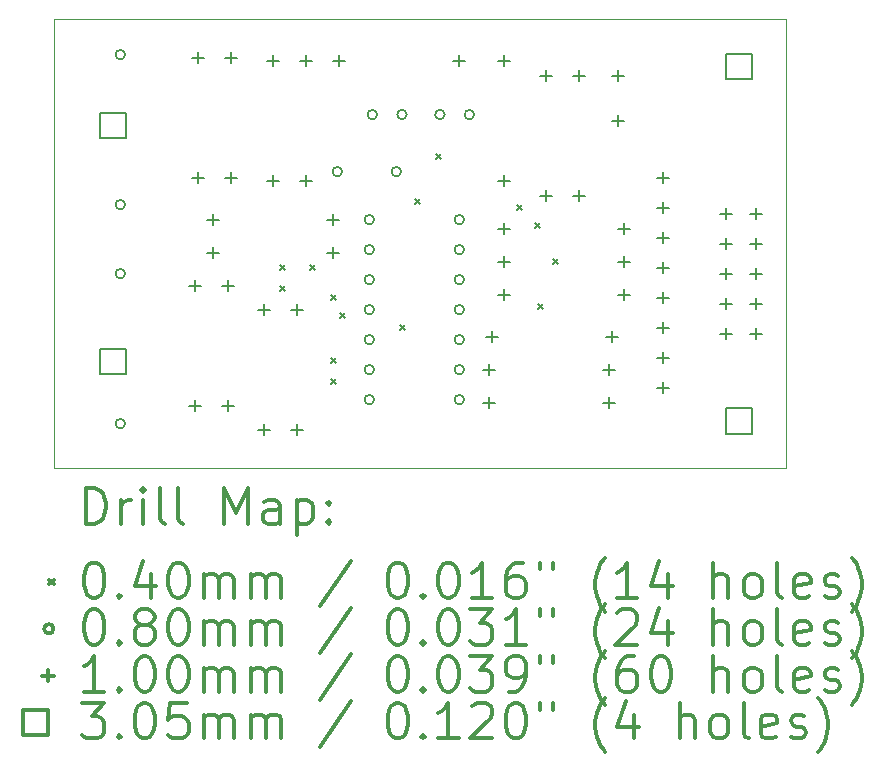
<source format=gbr>
%FSLAX45Y45*%
G04 Gerber Fmt 4.5, Leading zero omitted, Abs format (unit mm)*
G04 Created by KiCad (PCBNEW 4.0.1-stable) date Sonntag, 31. Januar 2016 13:18:45*
%MOMM*%
G01*
G04 APERTURE LIST*
%ADD10C,0.127000*%
%ADD11C,0.100000*%
%ADD12C,0.200000*%
%ADD13C,0.300000*%
G04 APERTURE END LIST*
D10*
D11*
X0Y0D02*
X0Y100000D01*
X6200000Y0D02*
X0Y0D01*
X6200000Y3800000D02*
X6200000Y0D01*
X0Y3800000D02*
X6200000Y3800000D01*
X0Y100000D02*
X0Y3800000D01*
D12*
X1912000Y1717000D02*
X1952000Y1677000D01*
X1952000Y1717000D02*
X1912000Y1677000D01*
X1912000Y1539200D02*
X1952000Y1499200D01*
X1952000Y1539200D02*
X1912000Y1499200D01*
X2166000Y1717000D02*
X2206000Y1677000D01*
X2206000Y1717000D02*
X2166000Y1677000D01*
X2343800Y1463000D02*
X2383800Y1423000D01*
X2383800Y1463000D02*
X2343800Y1423000D01*
X2343800Y929600D02*
X2383800Y889600D01*
X2383800Y929600D02*
X2343800Y889600D01*
X2343800Y751800D02*
X2383800Y711800D01*
X2383800Y751800D02*
X2343800Y711800D01*
X2420000Y1310600D02*
X2460000Y1270600D01*
X2460000Y1310600D02*
X2420000Y1270600D01*
X2928000Y1209000D02*
X2968000Y1169000D01*
X2968000Y1209000D02*
X2928000Y1169000D01*
X3055000Y2275800D02*
X3095000Y2235800D01*
X3095000Y2275800D02*
X3055000Y2235800D01*
X3232800Y2656800D02*
X3272800Y2616800D01*
X3272800Y2656800D02*
X3232800Y2616800D01*
X3918600Y2225000D02*
X3958600Y2185000D01*
X3958600Y2225000D02*
X3918600Y2185000D01*
X4071000Y2072600D02*
X4111000Y2032600D01*
X4111000Y2072600D02*
X4071000Y2032600D01*
X4096400Y1386800D02*
X4136400Y1346800D01*
X4136400Y1386800D02*
X4096400Y1346800D01*
X4223400Y1767800D02*
X4263400Y1727800D01*
X4263400Y1767800D02*
X4223400Y1727800D01*
X600400Y3500400D02*
G75*
G03X600400Y3500400I-40000J0D01*
G01*
X600400Y2230400D02*
G75*
G03X600400Y2230400I-40000J0D01*
G01*
X600400Y1646200D02*
G75*
G03X600400Y1646200I-40000J0D01*
G01*
X600400Y376200D02*
G75*
G03X600400Y376200I-40000J0D01*
G01*
X2437200Y2509800D02*
G75*
G03X2437200Y2509800I-40000J0D01*
G01*
X2708600Y2103400D02*
G75*
G03X2708600Y2103400I-40000J0D01*
G01*
X2708600Y1849400D02*
G75*
G03X2708600Y1849400I-40000J0D01*
G01*
X2708600Y1595400D02*
G75*
G03X2708600Y1595400I-40000J0D01*
G01*
X2708600Y1341400D02*
G75*
G03X2708600Y1341400I-40000J0D01*
G01*
X2708600Y1087400D02*
G75*
G03X2708600Y1087400I-40000J0D01*
G01*
X2708600Y833400D02*
G75*
G03X2708600Y833400I-40000J0D01*
G01*
X2708600Y579400D02*
G75*
G03X2708600Y579400I-40000J0D01*
G01*
X2734000Y2992400D02*
G75*
G03X2734000Y2992400I-40000J0D01*
G01*
X2937200Y2509800D02*
G75*
G03X2937200Y2509800I-40000J0D01*
G01*
X2984000Y2992400D02*
G75*
G03X2984000Y2992400I-40000J0D01*
G01*
X3305500Y2992400D02*
G75*
G03X3305500Y2992400I-40000J0D01*
G01*
X3470600Y2103400D02*
G75*
G03X3470600Y2103400I-40000J0D01*
G01*
X3470600Y1849400D02*
G75*
G03X3470600Y1849400I-40000J0D01*
G01*
X3470600Y1595400D02*
G75*
G03X3470600Y1595400I-40000J0D01*
G01*
X3470600Y1341400D02*
G75*
G03X3470600Y1341400I-40000J0D01*
G01*
X3470600Y1087400D02*
G75*
G03X3470600Y1087400I-40000J0D01*
G01*
X3470600Y833400D02*
G75*
G03X3470600Y833400I-40000J0D01*
G01*
X3470600Y579400D02*
G75*
G03X3470600Y579400I-40000J0D01*
G01*
X3555500Y2992400D02*
G75*
G03X3555500Y2992400I-40000J0D01*
G01*
X1195654Y1594600D02*
X1195654Y1494600D01*
X1145654Y1544600D02*
X1245654Y1544600D01*
X1195654Y578600D02*
X1195654Y478600D01*
X1145654Y528600D02*
X1245654Y528600D01*
X1221054Y3525000D02*
X1221054Y3425000D01*
X1171054Y3475000D02*
X1271054Y3475000D01*
X1221054Y2509000D02*
X1221054Y2409000D01*
X1171054Y2459000D02*
X1271054Y2459000D01*
X1347800Y2153400D02*
X1347800Y2053400D01*
X1297800Y2103400D02*
X1397800Y2103400D01*
X1347800Y1874000D02*
X1347800Y1774000D01*
X1297800Y1824000D02*
X1397800Y1824000D01*
X1474546Y1594600D02*
X1474546Y1494600D01*
X1424546Y1544600D02*
X1524546Y1544600D01*
X1474546Y578600D02*
X1474546Y478600D01*
X1424546Y528600D02*
X1524546Y528600D01*
X1499946Y3525000D02*
X1499946Y3425000D01*
X1449946Y3475000D02*
X1549946Y3475000D01*
X1499946Y2509000D02*
X1499946Y2409000D01*
X1449946Y2459000D02*
X1549946Y2459000D01*
X1779600Y1391400D02*
X1779600Y1291400D01*
X1729600Y1341400D02*
X1829600Y1341400D01*
X1779600Y375400D02*
X1779600Y275400D01*
X1729600Y325400D02*
X1829600Y325400D01*
X1855800Y3499600D02*
X1855800Y3399600D01*
X1805800Y3449600D02*
X1905800Y3449600D01*
X1855800Y2483600D02*
X1855800Y2383600D01*
X1805800Y2433600D02*
X1905800Y2433600D01*
X2059000Y1391400D02*
X2059000Y1291400D01*
X2009000Y1341400D02*
X2109000Y1341400D01*
X2059000Y375400D02*
X2059000Y275400D01*
X2009000Y325400D02*
X2109000Y325400D01*
X2135200Y3499600D02*
X2135200Y3399600D01*
X2085200Y3449600D02*
X2185200Y3449600D01*
X2135200Y2483600D02*
X2135200Y2383600D01*
X2085200Y2433600D02*
X2185200Y2433600D01*
X2363800Y2153400D02*
X2363800Y2053400D01*
X2313800Y2103400D02*
X2413800Y2103400D01*
X2363800Y1874000D02*
X2363800Y1774000D01*
X2313800Y1824000D02*
X2413800Y1824000D01*
X2414600Y3499600D02*
X2414600Y3399600D01*
X2364600Y3449600D02*
X2464600Y3449600D01*
X3430600Y3499600D02*
X3430600Y3399600D01*
X3380600Y3449600D02*
X3480600Y3449600D01*
X3684600Y883400D02*
X3684600Y783400D01*
X3634600Y833400D02*
X3734600Y833400D01*
X3684600Y604000D02*
X3684600Y504000D01*
X3634600Y554000D02*
X3734600Y554000D01*
X3710000Y1162800D02*
X3710000Y1062800D01*
X3660000Y1112800D02*
X3760000Y1112800D01*
X3811600Y3499600D02*
X3811600Y3399600D01*
X3761600Y3449600D02*
X3861600Y3449600D01*
X3811600Y2483600D02*
X3811600Y2383600D01*
X3761600Y2433600D02*
X3861600Y2433600D01*
X3811600Y2077200D02*
X3811600Y1977200D01*
X3761600Y2027200D02*
X3861600Y2027200D01*
X3811600Y1797800D02*
X3811600Y1697800D01*
X3761600Y1747800D02*
X3861600Y1747800D01*
X3811600Y1518400D02*
X3811600Y1418400D01*
X3761600Y1468400D02*
X3861600Y1468400D01*
X4167200Y3372600D02*
X4167200Y3272600D01*
X4117200Y3322600D02*
X4217200Y3322600D01*
X4167200Y2356600D02*
X4167200Y2256600D01*
X4117200Y2306600D02*
X4217200Y2306600D01*
X4446600Y3372600D02*
X4446600Y3272600D01*
X4396600Y3322600D02*
X4496600Y3322600D01*
X4446600Y2356600D02*
X4446600Y2256600D01*
X4396600Y2306600D02*
X4496600Y2306600D01*
X4700600Y883400D02*
X4700600Y783400D01*
X4650600Y833400D02*
X4750600Y833400D01*
X4700600Y604000D02*
X4700600Y504000D01*
X4650600Y554000D02*
X4750600Y554000D01*
X4726000Y1162800D02*
X4726000Y1062800D01*
X4676000Y1112800D02*
X4776000Y1112800D01*
X4776800Y3372600D02*
X4776800Y3272600D01*
X4726800Y3322600D02*
X4826800Y3322600D01*
X4776800Y2991600D02*
X4776800Y2891600D01*
X4726800Y2941600D02*
X4826800Y2941600D01*
X4827600Y2077200D02*
X4827600Y1977200D01*
X4777600Y2027200D02*
X4877600Y2027200D01*
X4827600Y1797800D02*
X4827600Y1697800D01*
X4777600Y1747800D02*
X4877600Y1747800D01*
X4827600Y1518400D02*
X4827600Y1418400D01*
X4777600Y1468400D02*
X4877600Y1468400D01*
X5157800Y2509000D02*
X5157800Y2409000D01*
X5107800Y2459000D02*
X5207800Y2459000D01*
X5157800Y2255000D02*
X5157800Y2155000D01*
X5107800Y2205000D02*
X5207800Y2205000D01*
X5157800Y2001000D02*
X5157800Y1901000D01*
X5107800Y1951000D02*
X5207800Y1951000D01*
X5157800Y1747000D02*
X5157800Y1647000D01*
X5107800Y1697000D02*
X5207800Y1697000D01*
X5157800Y1493000D02*
X5157800Y1393000D01*
X5107800Y1443000D02*
X5207800Y1443000D01*
X5157800Y1239000D02*
X5157800Y1139000D01*
X5107800Y1189000D02*
X5207800Y1189000D01*
X5157800Y985000D02*
X5157800Y885000D01*
X5107800Y935000D02*
X5207800Y935000D01*
X5157800Y731000D02*
X5157800Y631000D01*
X5107800Y681000D02*
X5207800Y681000D01*
X5691200Y2204200D02*
X5691200Y2104200D01*
X5641200Y2154200D02*
X5741200Y2154200D01*
X5691200Y1950200D02*
X5691200Y1850200D01*
X5641200Y1900200D02*
X5741200Y1900200D01*
X5691200Y1696200D02*
X5691200Y1596200D01*
X5641200Y1646200D02*
X5741200Y1646200D01*
X5691200Y1442200D02*
X5691200Y1342200D01*
X5641200Y1392200D02*
X5741200Y1392200D01*
X5691200Y1188200D02*
X5691200Y1088200D01*
X5641200Y1138200D02*
X5741200Y1138200D01*
X5945200Y2204200D02*
X5945200Y2104200D01*
X5895200Y2154200D02*
X5995200Y2154200D01*
X5945200Y1950200D02*
X5945200Y1850200D01*
X5895200Y1900200D02*
X5995200Y1900200D01*
X5945200Y1696200D02*
X5945200Y1596200D01*
X5895200Y1646200D02*
X5995200Y1646200D01*
X5945200Y1442200D02*
X5945200Y1342200D01*
X5895200Y1392200D02*
X5995200Y1392200D01*
X5945200Y1188200D02*
X5945200Y1088200D01*
X5895200Y1138200D02*
X5995200Y1138200D01*
X607764Y2792236D02*
X607764Y3007764D01*
X392236Y3007764D01*
X392236Y2792236D01*
X607764Y2792236D01*
X607764Y792236D02*
X607764Y1007764D01*
X392236Y1007764D01*
X392236Y792236D01*
X607764Y792236D01*
X5907764Y3292236D02*
X5907764Y3507764D01*
X5692236Y3507764D01*
X5692236Y3292236D01*
X5907764Y3292236D01*
X5907764Y292236D02*
X5907764Y507764D01*
X5692236Y507764D01*
X5692236Y292236D01*
X5907764Y292236D01*
D13*
X266429Y-470714D02*
X266429Y-170714D01*
X337857Y-170714D01*
X380714Y-185000D01*
X409286Y-213571D01*
X423571Y-242143D01*
X437857Y-299286D01*
X437857Y-342143D01*
X423571Y-399286D01*
X409286Y-427857D01*
X380714Y-456429D01*
X337857Y-470714D01*
X266429Y-470714D01*
X566429Y-470714D02*
X566429Y-270714D01*
X566429Y-327857D02*
X580714Y-299286D01*
X595000Y-285000D01*
X623571Y-270714D01*
X652143Y-270714D01*
X752143Y-470714D02*
X752143Y-270714D01*
X752143Y-170714D02*
X737857Y-185000D01*
X752143Y-199286D01*
X766428Y-185000D01*
X752143Y-170714D01*
X752143Y-199286D01*
X937857Y-470714D02*
X909286Y-456429D01*
X895000Y-427857D01*
X895000Y-170714D01*
X1095000Y-470714D02*
X1066429Y-456429D01*
X1052143Y-427857D01*
X1052143Y-170714D01*
X1437857Y-470714D02*
X1437857Y-170714D01*
X1537857Y-385000D01*
X1637857Y-170714D01*
X1637857Y-470714D01*
X1909286Y-470714D02*
X1909286Y-313572D01*
X1895000Y-285000D01*
X1866428Y-270714D01*
X1809286Y-270714D01*
X1780714Y-285000D01*
X1909286Y-456429D02*
X1880714Y-470714D01*
X1809286Y-470714D01*
X1780714Y-456429D01*
X1766428Y-427857D01*
X1766428Y-399286D01*
X1780714Y-370714D01*
X1809286Y-356429D01*
X1880714Y-356429D01*
X1909286Y-342143D01*
X2052143Y-270714D02*
X2052143Y-570714D01*
X2052143Y-285000D02*
X2080714Y-270714D01*
X2137857Y-270714D01*
X2166429Y-285000D01*
X2180714Y-299286D01*
X2195000Y-327857D01*
X2195000Y-413571D01*
X2180714Y-442143D01*
X2166429Y-456429D01*
X2137857Y-470714D01*
X2080714Y-470714D01*
X2052143Y-456429D01*
X2323571Y-442143D02*
X2337857Y-456429D01*
X2323571Y-470714D01*
X2309286Y-456429D01*
X2323571Y-442143D01*
X2323571Y-470714D01*
X2323571Y-285000D02*
X2337857Y-299286D01*
X2323571Y-313572D01*
X2309286Y-299286D01*
X2323571Y-285000D01*
X2323571Y-313572D01*
X-45000Y-945000D02*
X-5000Y-985000D01*
X-5000Y-945000D02*
X-45000Y-985000D01*
X323571Y-800714D02*
X352143Y-800714D01*
X380714Y-815000D01*
X395000Y-829286D01*
X409286Y-857857D01*
X423571Y-915000D01*
X423571Y-986429D01*
X409286Y-1043571D01*
X395000Y-1072143D01*
X380714Y-1086429D01*
X352143Y-1100714D01*
X323571Y-1100714D01*
X295000Y-1086429D01*
X280714Y-1072143D01*
X266429Y-1043571D01*
X252143Y-986429D01*
X252143Y-915000D01*
X266429Y-857857D01*
X280714Y-829286D01*
X295000Y-815000D01*
X323571Y-800714D01*
X552143Y-1072143D02*
X566429Y-1086429D01*
X552143Y-1100714D01*
X537857Y-1086429D01*
X552143Y-1072143D01*
X552143Y-1100714D01*
X823571Y-900714D02*
X823571Y-1100714D01*
X752143Y-786429D02*
X680714Y-1000714D01*
X866428Y-1000714D01*
X1037857Y-800714D02*
X1066429Y-800714D01*
X1095000Y-815000D01*
X1109286Y-829286D01*
X1123571Y-857857D01*
X1137857Y-915000D01*
X1137857Y-986429D01*
X1123571Y-1043571D01*
X1109286Y-1072143D01*
X1095000Y-1086429D01*
X1066429Y-1100714D01*
X1037857Y-1100714D01*
X1009286Y-1086429D01*
X995000Y-1072143D01*
X980714Y-1043571D01*
X966428Y-986429D01*
X966428Y-915000D01*
X980714Y-857857D01*
X995000Y-829286D01*
X1009286Y-815000D01*
X1037857Y-800714D01*
X1266429Y-1100714D02*
X1266429Y-900714D01*
X1266429Y-929286D02*
X1280714Y-915000D01*
X1309286Y-900714D01*
X1352143Y-900714D01*
X1380714Y-915000D01*
X1395000Y-943571D01*
X1395000Y-1100714D01*
X1395000Y-943571D02*
X1409286Y-915000D01*
X1437857Y-900714D01*
X1480714Y-900714D01*
X1509286Y-915000D01*
X1523571Y-943571D01*
X1523571Y-1100714D01*
X1666428Y-1100714D02*
X1666428Y-900714D01*
X1666428Y-929286D02*
X1680714Y-915000D01*
X1709286Y-900714D01*
X1752143Y-900714D01*
X1780714Y-915000D01*
X1795000Y-943571D01*
X1795000Y-1100714D01*
X1795000Y-943571D02*
X1809286Y-915000D01*
X1837857Y-900714D01*
X1880714Y-900714D01*
X1909286Y-915000D01*
X1923571Y-943571D01*
X1923571Y-1100714D01*
X2509286Y-786429D02*
X2252143Y-1172143D01*
X2895000Y-800714D02*
X2923571Y-800714D01*
X2952143Y-815000D01*
X2966428Y-829286D01*
X2980714Y-857857D01*
X2995000Y-915000D01*
X2995000Y-986429D01*
X2980714Y-1043571D01*
X2966428Y-1072143D01*
X2952143Y-1086429D01*
X2923571Y-1100714D01*
X2895000Y-1100714D01*
X2866428Y-1086429D01*
X2852143Y-1072143D01*
X2837857Y-1043571D01*
X2823571Y-986429D01*
X2823571Y-915000D01*
X2837857Y-857857D01*
X2852143Y-829286D01*
X2866428Y-815000D01*
X2895000Y-800714D01*
X3123571Y-1072143D02*
X3137857Y-1086429D01*
X3123571Y-1100714D01*
X3109286Y-1086429D01*
X3123571Y-1072143D01*
X3123571Y-1100714D01*
X3323571Y-800714D02*
X3352143Y-800714D01*
X3380714Y-815000D01*
X3395000Y-829286D01*
X3409285Y-857857D01*
X3423571Y-915000D01*
X3423571Y-986429D01*
X3409285Y-1043571D01*
X3395000Y-1072143D01*
X3380714Y-1086429D01*
X3352143Y-1100714D01*
X3323571Y-1100714D01*
X3295000Y-1086429D01*
X3280714Y-1072143D01*
X3266428Y-1043571D01*
X3252143Y-986429D01*
X3252143Y-915000D01*
X3266428Y-857857D01*
X3280714Y-829286D01*
X3295000Y-815000D01*
X3323571Y-800714D01*
X3709285Y-1100714D02*
X3537857Y-1100714D01*
X3623571Y-1100714D02*
X3623571Y-800714D01*
X3595000Y-843571D01*
X3566428Y-872143D01*
X3537857Y-886429D01*
X3966428Y-800714D02*
X3909285Y-800714D01*
X3880714Y-815000D01*
X3866428Y-829286D01*
X3837857Y-872143D01*
X3823571Y-929286D01*
X3823571Y-1043571D01*
X3837857Y-1072143D01*
X3852143Y-1086429D01*
X3880714Y-1100714D01*
X3937857Y-1100714D01*
X3966428Y-1086429D01*
X3980714Y-1072143D01*
X3995000Y-1043571D01*
X3995000Y-972143D01*
X3980714Y-943571D01*
X3966428Y-929286D01*
X3937857Y-915000D01*
X3880714Y-915000D01*
X3852143Y-929286D01*
X3837857Y-943571D01*
X3823571Y-972143D01*
X4109286Y-800714D02*
X4109286Y-857857D01*
X4223571Y-800714D02*
X4223571Y-857857D01*
X4666428Y-1215000D02*
X4652143Y-1200714D01*
X4623571Y-1157857D01*
X4609286Y-1129286D01*
X4595000Y-1086429D01*
X4580714Y-1015000D01*
X4580714Y-957857D01*
X4595000Y-886429D01*
X4609286Y-843571D01*
X4623571Y-815000D01*
X4652143Y-772143D01*
X4666428Y-757857D01*
X4937857Y-1100714D02*
X4766428Y-1100714D01*
X4852143Y-1100714D02*
X4852143Y-800714D01*
X4823571Y-843571D01*
X4795000Y-872143D01*
X4766428Y-886429D01*
X5195000Y-900714D02*
X5195000Y-1100714D01*
X5123571Y-786429D02*
X5052143Y-1000714D01*
X5237857Y-1000714D01*
X5580714Y-1100714D02*
X5580714Y-800714D01*
X5709285Y-1100714D02*
X5709285Y-943571D01*
X5695000Y-915000D01*
X5666428Y-900714D01*
X5623571Y-900714D01*
X5595000Y-915000D01*
X5580714Y-929286D01*
X5895000Y-1100714D02*
X5866428Y-1086429D01*
X5852143Y-1072143D01*
X5837857Y-1043571D01*
X5837857Y-957857D01*
X5852143Y-929286D01*
X5866428Y-915000D01*
X5895000Y-900714D01*
X5937857Y-900714D01*
X5966428Y-915000D01*
X5980714Y-929286D01*
X5995000Y-957857D01*
X5995000Y-1043571D01*
X5980714Y-1072143D01*
X5966428Y-1086429D01*
X5937857Y-1100714D01*
X5895000Y-1100714D01*
X6166428Y-1100714D02*
X6137857Y-1086429D01*
X6123571Y-1057857D01*
X6123571Y-800714D01*
X6395000Y-1086429D02*
X6366428Y-1100714D01*
X6309286Y-1100714D01*
X6280714Y-1086429D01*
X6266428Y-1057857D01*
X6266428Y-943571D01*
X6280714Y-915000D01*
X6309286Y-900714D01*
X6366428Y-900714D01*
X6395000Y-915000D01*
X6409286Y-943571D01*
X6409286Y-972143D01*
X6266428Y-1000714D01*
X6523571Y-1086429D02*
X6552143Y-1100714D01*
X6609286Y-1100714D01*
X6637857Y-1086429D01*
X6652143Y-1057857D01*
X6652143Y-1043571D01*
X6637857Y-1015000D01*
X6609286Y-1000714D01*
X6566428Y-1000714D01*
X6537857Y-986429D01*
X6523571Y-957857D01*
X6523571Y-943571D01*
X6537857Y-915000D01*
X6566428Y-900714D01*
X6609286Y-900714D01*
X6637857Y-915000D01*
X6752143Y-1215000D02*
X6766428Y-1200714D01*
X6795000Y-1157857D01*
X6809286Y-1129286D01*
X6823571Y-1086429D01*
X6837857Y-1015000D01*
X6837857Y-957857D01*
X6823571Y-886429D01*
X6809286Y-843571D01*
X6795000Y-815000D01*
X6766428Y-772143D01*
X6752143Y-757857D01*
X-5000Y-1361000D02*
G75*
G03X-5000Y-1361000I-40000J0D01*
G01*
X323571Y-1196714D02*
X352143Y-1196714D01*
X380714Y-1211000D01*
X395000Y-1225286D01*
X409286Y-1253857D01*
X423571Y-1311000D01*
X423571Y-1382429D01*
X409286Y-1439571D01*
X395000Y-1468143D01*
X380714Y-1482429D01*
X352143Y-1496714D01*
X323571Y-1496714D01*
X295000Y-1482429D01*
X280714Y-1468143D01*
X266429Y-1439571D01*
X252143Y-1382429D01*
X252143Y-1311000D01*
X266429Y-1253857D01*
X280714Y-1225286D01*
X295000Y-1211000D01*
X323571Y-1196714D01*
X552143Y-1468143D02*
X566429Y-1482429D01*
X552143Y-1496714D01*
X537857Y-1482429D01*
X552143Y-1468143D01*
X552143Y-1496714D01*
X737857Y-1325286D02*
X709286Y-1311000D01*
X695000Y-1296714D01*
X680714Y-1268143D01*
X680714Y-1253857D01*
X695000Y-1225286D01*
X709286Y-1211000D01*
X737857Y-1196714D01*
X795000Y-1196714D01*
X823571Y-1211000D01*
X837857Y-1225286D01*
X852143Y-1253857D01*
X852143Y-1268143D01*
X837857Y-1296714D01*
X823571Y-1311000D01*
X795000Y-1325286D01*
X737857Y-1325286D01*
X709286Y-1339572D01*
X695000Y-1353857D01*
X680714Y-1382429D01*
X680714Y-1439571D01*
X695000Y-1468143D01*
X709286Y-1482429D01*
X737857Y-1496714D01*
X795000Y-1496714D01*
X823571Y-1482429D01*
X837857Y-1468143D01*
X852143Y-1439571D01*
X852143Y-1382429D01*
X837857Y-1353857D01*
X823571Y-1339572D01*
X795000Y-1325286D01*
X1037857Y-1196714D02*
X1066429Y-1196714D01*
X1095000Y-1211000D01*
X1109286Y-1225286D01*
X1123571Y-1253857D01*
X1137857Y-1311000D01*
X1137857Y-1382429D01*
X1123571Y-1439571D01*
X1109286Y-1468143D01*
X1095000Y-1482429D01*
X1066429Y-1496714D01*
X1037857Y-1496714D01*
X1009286Y-1482429D01*
X995000Y-1468143D01*
X980714Y-1439571D01*
X966428Y-1382429D01*
X966428Y-1311000D01*
X980714Y-1253857D01*
X995000Y-1225286D01*
X1009286Y-1211000D01*
X1037857Y-1196714D01*
X1266429Y-1496714D02*
X1266429Y-1296714D01*
X1266429Y-1325286D02*
X1280714Y-1311000D01*
X1309286Y-1296714D01*
X1352143Y-1296714D01*
X1380714Y-1311000D01*
X1395000Y-1339572D01*
X1395000Y-1496714D01*
X1395000Y-1339572D02*
X1409286Y-1311000D01*
X1437857Y-1296714D01*
X1480714Y-1296714D01*
X1509286Y-1311000D01*
X1523571Y-1339572D01*
X1523571Y-1496714D01*
X1666428Y-1496714D02*
X1666428Y-1296714D01*
X1666428Y-1325286D02*
X1680714Y-1311000D01*
X1709286Y-1296714D01*
X1752143Y-1296714D01*
X1780714Y-1311000D01*
X1795000Y-1339572D01*
X1795000Y-1496714D01*
X1795000Y-1339572D02*
X1809286Y-1311000D01*
X1837857Y-1296714D01*
X1880714Y-1296714D01*
X1909286Y-1311000D01*
X1923571Y-1339572D01*
X1923571Y-1496714D01*
X2509286Y-1182429D02*
X2252143Y-1568143D01*
X2895000Y-1196714D02*
X2923571Y-1196714D01*
X2952143Y-1211000D01*
X2966428Y-1225286D01*
X2980714Y-1253857D01*
X2995000Y-1311000D01*
X2995000Y-1382429D01*
X2980714Y-1439571D01*
X2966428Y-1468143D01*
X2952143Y-1482429D01*
X2923571Y-1496714D01*
X2895000Y-1496714D01*
X2866428Y-1482429D01*
X2852143Y-1468143D01*
X2837857Y-1439571D01*
X2823571Y-1382429D01*
X2823571Y-1311000D01*
X2837857Y-1253857D01*
X2852143Y-1225286D01*
X2866428Y-1211000D01*
X2895000Y-1196714D01*
X3123571Y-1468143D02*
X3137857Y-1482429D01*
X3123571Y-1496714D01*
X3109286Y-1482429D01*
X3123571Y-1468143D01*
X3123571Y-1496714D01*
X3323571Y-1196714D02*
X3352143Y-1196714D01*
X3380714Y-1211000D01*
X3395000Y-1225286D01*
X3409285Y-1253857D01*
X3423571Y-1311000D01*
X3423571Y-1382429D01*
X3409285Y-1439571D01*
X3395000Y-1468143D01*
X3380714Y-1482429D01*
X3352143Y-1496714D01*
X3323571Y-1496714D01*
X3295000Y-1482429D01*
X3280714Y-1468143D01*
X3266428Y-1439571D01*
X3252143Y-1382429D01*
X3252143Y-1311000D01*
X3266428Y-1253857D01*
X3280714Y-1225286D01*
X3295000Y-1211000D01*
X3323571Y-1196714D01*
X3523571Y-1196714D02*
X3709285Y-1196714D01*
X3609285Y-1311000D01*
X3652143Y-1311000D01*
X3680714Y-1325286D01*
X3695000Y-1339572D01*
X3709285Y-1368143D01*
X3709285Y-1439571D01*
X3695000Y-1468143D01*
X3680714Y-1482429D01*
X3652143Y-1496714D01*
X3566428Y-1496714D01*
X3537857Y-1482429D01*
X3523571Y-1468143D01*
X3995000Y-1496714D02*
X3823571Y-1496714D01*
X3909285Y-1496714D02*
X3909285Y-1196714D01*
X3880714Y-1239572D01*
X3852143Y-1268143D01*
X3823571Y-1282429D01*
X4109286Y-1196714D02*
X4109286Y-1253857D01*
X4223571Y-1196714D02*
X4223571Y-1253857D01*
X4666428Y-1611000D02*
X4652143Y-1596714D01*
X4623571Y-1553857D01*
X4609286Y-1525286D01*
X4595000Y-1482429D01*
X4580714Y-1411000D01*
X4580714Y-1353857D01*
X4595000Y-1282429D01*
X4609286Y-1239572D01*
X4623571Y-1211000D01*
X4652143Y-1168143D01*
X4666428Y-1153857D01*
X4766428Y-1225286D02*
X4780714Y-1211000D01*
X4809286Y-1196714D01*
X4880714Y-1196714D01*
X4909286Y-1211000D01*
X4923571Y-1225286D01*
X4937857Y-1253857D01*
X4937857Y-1282429D01*
X4923571Y-1325286D01*
X4752143Y-1496714D01*
X4937857Y-1496714D01*
X5195000Y-1296714D02*
X5195000Y-1496714D01*
X5123571Y-1182429D02*
X5052143Y-1396714D01*
X5237857Y-1396714D01*
X5580714Y-1496714D02*
X5580714Y-1196714D01*
X5709285Y-1496714D02*
X5709285Y-1339572D01*
X5695000Y-1311000D01*
X5666428Y-1296714D01*
X5623571Y-1296714D01*
X5595000Y-1311000D01*
X5580714Y-1325286D01*
X5895000Y-1496714D02*
X5866428Y-1482429D01*
X5852143Y-1468143D01*
X5837857Y-1439571D01*
X5837857Y-1353857D01*
X5852143Y-1325286D01*
X5866428Y-1311000D01*
X5895000Y-1296714D01*
X5937857Y-1296714D01*
X5966428Y-1311000D01*
X5980714Y-1325286D01*
X5995000Y-1353857D01*
X5995000Y-1439571D01*
X5980714Y-1468143D01*
X5966428Y-1482429D01*
X5937857Y-1496714D01*
X5895000Y-1496714D01*
X6166428Y-1496714D02*
X6137857Y-1482429D01*
X6123571Y-1453857D01*
X6123571Y-1196714D01*
X6395000Y-1482429D02*
X6366428Y-1496714D01*
X6309286Y-1496714D01*
X6280714Y-1482429D01*
X6266428Y-1453857D01*
X6266428Y-1339572D01*
X6280714Y-1311000D01*
X6309286Y-1296714D01*
X6366428Y-1296714D01*
X6395000Y-1311000D01*
X6409286Y-1339572D01*
X6409286Y-1368143D01*
X6266428Y-1396714D01*
X6523571Y-1482429D02*
X6552143Y-1496714D01*
X6609286Y-1496714D01*
X6637857Y-1482429D01*
X6652143Y-1453857D01*
X6652143Y-1439571D01*
X6637857Y-1411000D01*
X6609286Y-1396714D01*
X6566428Y-1396714D01*
X6537857Y-1382429D01*
X6523571Y-1353857D01*
X6523571Y-1339572D01*
X6537857Y-1311000D01*
X6566428Y-1296714D01*
X6609286Y-1296714D01*
X6637857Y-1311000D01*
X6752143Y-1611000D02*
X6766428Y-1596714D01*
X6795000Y-1553857D01*
X6809286Y-1525286D01*
X6823571Y-1482429D01*
X6837857Y-1411000D01*
X6837857Y-1353857D01*
X6823571Y-1282429D01*
X6809286Y-1239572D01*
X6795000Y-1211000D01*
X6766428Y-1168143D01*
X6752143Y-1153857D01*
X-55000Y-1707000D02*
X-55000Y-1807000D01*
X-105000Y-1757000D02*
X-5000Y-1757000D01*
X423571Y-1892714D02*
X252143Y-1892714D01*
X337857Y-1892714D02*
X337857Y-1592714D01*
X309286Y-1635571D01*
X280714Y-1664143D01*
X252143Y-1678429D01*
X552143Y-1864143D02*
X566429Y-1878429D01*
X552143Y-1892714D01*
X537857Y-1878429D01*
X552143Y-1864143D01*
X552143Y-1892714D01*
X752143Y-1592714D02*
X780714Y-1592714D01*
X809286Y-1607000D01*
X823571Y-1621286D01*
X837857Y-1649857D01*
X852143Y-1707000D01*
X852143Y-1778429D01*
X837857Y-1835571D01*
X823571Y-1864143D01*
X809286Y-1878429D01*
X780714Y-1892714D01*
X752143Y-1892714D01*
X723571Y-1878429D01*
X709286Y-1864143D01*
X695000Y-1835571D01*
X680714Y-1778429D01*
X680714Y-1707000D01*
X695000Y-1649857D01*
X709286Y-1621286D01*
X723571Y-1607000D01*
X752143Y-1592714D01*
X1037857Y-1592714D02*
X1066429Y-1592714D01*
X1095000Y-1607000D01*
X1109286Y-1621286D01*
X1123571Y-1649857D01*
X1137857Y-1707000D01*
X1137857Y-1778429D01*
X1123571Y-1835571D01*
X1109286Y-1864143D01*
X1095000Y-1878429D01*
X1066429Y-1892714D01*
X1037857Y-1892714D01*
X1009286Y-1878429D01*
X995000Y-1864143D01*
X980714Y-1835571D01*
X966428Y-1778429D01*
X966428Y-1707000D01*
X980714Y-1649857D01*
X995000Y-1621286D01*
X1009286Y-1607000D01*
X1037857Y-1592714D01*
X1266429Y-1892714D02*
X1266429Y-1692714D01*
X1266429Y-1721286D02*
X1280714Y-1707000D01*
X1309286Y-1692714D01*
X1352143Y-1692714D01*
X1380714Y-1707000D01*
X1395000Y-1735571D01*
X1395000Y-1892714D01*
X1395000Y-1735571D02*
X1409286Y-1707000D01*
X1437857Y-1692714D01*
X1480714Y-1692714D01*
X1509286Y-1707000D01*
X1523571Y-1735571D01*
X1523571Y-1892714D01*
X1666428Y-1892714D02*
X1666428Y-1692714D01*
X1666428Y-1721286D02*
X1680714Y-1707000D01*
X1709286Y-1692714D01*
X1752143Y-1692714D01*
X1780714Y-1707000D01*
X1795000Y-1735571D01*
X1795000Y-1892714D01*
X1795000Y-1735571D02*
X1809286Y-1707000D01*
X1837857Y-1692714D01*
X1880714Y-1692714D01*
X1909286Y-1707000D01*
X1923571Y-1735571D01*
X1923571Y-1892714D01*
X2509286Y-1578429D02*
X2252143Y-1964143D01*
X2895000Y-1592714D02*
X2923571Y-1592714D01*
X2952143Y-1607000D01*
X2966428Y-1621286D01*
X2980714Y-1649857D01*
X2995000Y-1707000D01*
X2995000Y-1778429D01*
X2980714Y-1835571D01*
X2966428Y-1864143D01*
X2952143Y-1878429D01*
X2923571Y-1892714D01*
X2895000Y-1892714D01*
X2866428Y-1878429D01*
X2852143Y-1864143D01*
X2837857Y-1835571D01*
X2823571Y-1778429D01*
X2823571Y-1707000D01*
X2837857Y-1649857D01*
X2852143Y-1621286D01*
X2866428Y-1607000D01*
X2895000Y-1592714D01*
X3123571Y-1864143D02*
X3137857Y-1878429D01*
X3123571Y-1892714D01*
X3109286Y-1878429D01*
X3123571Y-1864143D01*
X3123571Y-1892714D01*
X3323571Y-1592714D02*
X3352143Y-1592714D01*
X3380714Y-1607000D01*
X3395000Y-1621286D01*
X3409285Y-1649857D01*
X3423571Y-1707000D01*
X3423571Y-1778429D01*
X3409285Y-1835571D01*
X3395000Y-1864143D01*
X3380714Y-1878429D01*
X3352143Y-1892714D01*
X3323571Y-1892714D01*
X3295000Y-1878429D01*
X3280714Y-1864143D01*
X3266428Y-1835571D01*
X3252143Y-1778429D01*
X3252143Y-1707000D01*
X3266428Y-1649857D01*
X3280714Y-1621286D01*
X3295000Y-1607000D01*
X3323571Y-1592714D01*
X3523571Y-1592714D02*
X3709285Y-1592714D01*
X3609285Y-1707000D01*
X3652143Y-1707000D01*
X3680714Y-1721286D01*
X3695000Y-1735571D01*
X3709285Y-1764143D01*
X3709285Y-1835571D01*
X3695000Y-1864143D01*
X3680714Y-1878429D01*
X3652143Y-1892714D01*
X3566428Y-1892714D01*
X3537857Y-1878429D01*
X3523571Y-1864143D01*
X3852143Y-1892714D02*
X3909285Y-1892714D01*
X3937857Y-1878429D01*
X3952143Y-1864143D01*
X3980714Y-1821286D01*
X3995000Y-1764143D01*
X3995000Y-1649857D01*
X3980714Y-1621286D01*
X3966428Y-1607000D01*
X3937857Y-1592714D01*
X3880714Y-1592714D01*
X3852143Y-1607000D01*
X3837857Y-1621286D01*
X3823571Y-1649857D01*
X3823571Y-1721286D01*
X3837857Y-1749857D01*
X3852143Y-1764143D01*
X3880714Y-1778429D01*
X3937857Y-1778429D01*
X3966428Y-1764143D01*
X3980714Y-1749857D01*
X3995000Y-1721286D01*
X4109286Y-1592714D02*
X4109286Y-1649857D01*
X4223571Y-1592714D02*
X4223571Y-1649857D01*
X4666428Y-2007000D02*
X4652143Y-1992714D01*
X4623571Y-1949857D01*
X4609286Y-1921286D01*
X4595000Y-1878429D01*
X4580714Y-1807000D01*
X4580714Y-1749857D01*
X4595000Y-1678429D01*
X4609286Y-1635571D01*
X4623571Y-1607000D01*
X4652143Y-1564143D01*
X4666428Y-1549857D01*
X4909286Y-1592714D02*
X4852143Y-1592714D01*
X4823571Y-1607000D01*
X4809286Y-1621286D01*
X4780714Y-1664143D01*
X4766428Y-1721286D01*
X4766428Y-1835571D01*
X4780714Y-1864143D01*
X4795000Y-1878429D01*
X4823571Y-1892714D01*
X4880714Y-1892714D01*
X4909286Y-1878429D01*
X4923571Y-1864143D01*
X4937857Y-1835571D01*
X4937857Y-1764143D01*
X4923571Y-1735571D01*
X4909286Y-1721286D01*
X4880714Y-1707000D01*
X4823571Y-1707000D01*
X4795000Y-1721286D01*
X4780714Y-1735571D01*
X4766428Y-1764143D01*
X5123571Y-1592714D02*
X5152143Y-1592714D01*
X5180714Y-1607000D01*
X5195000Y-1621286D01*
X5209286Y-1649857D01*
X5223571Y-1707000D01*
X5223571Y-1778429D01*
X5209286Y-1835571D01*
X5195000Y-1864143D01*
X5180714Y-1878429D01*
X5152143Y-1892714D01*
X5123571Y-1892714D01*
X5095000Y-1878429D01*
X5080714Y-1864143D01*
X5066428Y-1835571D01*
X5052143Y-1778429D01*
X5052143Y-1707000D01*
X5066428Y-1649857D01*
X5080714Y-1621286D01*
X5095000Y-1607000D01*
X5123571Y-1592714D01*
X5580714Y-1892714D02*
X5580714Y-1592714D01*
X5709285Y-1892714D02*
X5709285Y-1735571D01*
X5695000Y-1707000D01*
X5666428Y-1692714D01*
X5623571Y-1692714D01*
X5595000Y-1707000D01*
X5580714Y-1721286D01*
X5895000Y-1892714D02*
X5866428Y-1878429D01*
X5852143Y-1864143D01*
X5837857Y-1835571D01*
X5837857Y-1749857D01*
X5852143Y-1721286D01*
X5866428Y-1707000D01*
X5895000Y-1692714D01*
X5937857Y-1692714D01*
X5966428Y-1707000D01*
X5980714Y-1721286D01*
X5995000Y-1749857D01*
X5995000Y-1835571D01*
X5980714Y-1864143D01*
X5966428Y-1878429D01*
X5937857Y-1892714D01*
X5895000Y-1892714D01*
X6166428Y-1892714D02*
X6137857Y-1878429D01*
X6123571Y-1849857D01*
X6123571Y-1592714D01*
X6395000Y-1878429D02*
X6366428Y-1892714D01*
X6309286Y-1892714D01*
X6280714Y-1878429D01*
X6266428Y-1849857D01*
X6266428Y-1735571D01*
X6280714Y-1707000D01*
X6309286Y-1692714D01*
X6366428Y-1692714D01*
X6395000Y-1707000D01*
X6409286Y-1735571D01*
X6409286Y-1764143D01*
X6266428Y-1792714D01*
X6523571Y-1878429D02*
X6552143Y-1892714D01*
X6609286Y-1892714D01*
X6637857Y-1878429D01*
X6652143Y-1849857D01*
X6652143Y-1835571D01*
X6637857Y-1807000D01*
X6609286Y-1792714D01*
X6566428Y-1792714D01*
X6537857Y-1778429D01*
X6523571Y-1749857D01*
X6523571Y-1735571D01*
X6537857Y-1707000D01*
X6566428Y-1692714D01*
X6609286Y-1692714D01*
X6637857Y-1707000D01*
X6752143Y-2007000D02*
X6766428Y-1992714D01*
X6795000Y-1949857D01*
X6809286Y-1921286D01*
X6823571Y-1878429D01*
X6837857Y-1807000D01*
X6837857Y-1749857D01*
X6823571Y-1678429D01*
X6809286Y-1635571D01*
X6795000Y-1607000D01*
X6766428Y-1564143D01*
X6752143Y-1549857D01*
X-49636Y-2260764D02*
X-49636Y-2045236D01*
X-265164Y-2045236D01*
X-265164Y-2260764D01*
X-49636Y-2260764D01*
X237857Y-1988714D02*
X423571Y-1988714D01*
X323571Y-2103000D01*
X366428Y-2103000D01*
X395000Y-2117286D01*
X409286Y-2131572D01*
X423571Y-2160143D01*
X423571Y-2231572D01*
X409286Y-2260143D01*
X395000Y-2274429D01*
X366428Y-2288714D01*
X280714Y-2288714D01*
X252143Y-2274429D01*
X237857Y-2260143D01*
X552143Y-2260143D02*
X566429Y-2274429D01*
X552143Y-2288714D01*
X537857Y-2274429D01*
X552143Y-2260143D01*
X552143Y-2288714D01*
X752143Y-1988714D02*
X780714Y-1988714D01*
X809286Y-2003000D01*
X823571Y-2017286D01*
X837857Y-2045857D01*
X852143Y-2103000D01*
X852143Y-2174429D01*
X837857Y-2231572D01*
X823571Y-2260143D01*
X809286Y-2274429D01*
X780714Y-2288714D01*
X752143Y-2288714D01*
X723571Y-2274429D01*
X709286Y-2260143D01*
X695000Y-2231572D01*
X680714Y-2174429D01*
X680714Y-2103000D01*
X695000Y-2045857D01*
X709286Y-2017286D01*
X723571Y-2003000D01*
X752143Y-1988714D01*
X1123571Y-1988714D02*
X980714Y-1988714D01*
X966428Y-2131572D01*
X980714Y-2117286D01*
X1009286Y-2103000D01*
X1080714Y-2103000D01*
X1109286Y-2117286D01*
X1123571Y-2131572D01*
X1137857Y-2160143D01*
X1137857Y-2231572D01*
X1123571Y-2260143D01*
X1109286Y-2274429D01*
X1080714Y-2288714D01*
X1009286Y-2288714D01*
X980714Y-2274429D01*
X966428Y-2260143D01*
X1266429Y-2288714D02*
X1266429Y-2088714D01*
X1266429Y-2117286D02*
X1280714Y-2103000D01*
X1309286Y-2088714D01*
X1352143Y-2088714D01*
X1380714Y-2103000D01*
X1395000Y-2131572D01*
X1395000Y-2288714D01*
X1395000Y-2131572D02*
X1409286Y-2103000D01*
X1437857Y-2088714D01*
X1480714Y-2088714D01*
X1509286Y-2103000D01*
X1523571Y-2131572D01*
X1523571Y-2288714D01*
X1666428Y-2288714D02*
X1666428Y-2088714D01*
X1666428Y-2117286D02*
X1680714Y-2103000D01*
X1709286Y-2088714D01*
X1752143Y-2088714D01*
X1780714Y-2103000D01*
X1795000Y-2131572D01*
X1795000Y-2288714D01*
X1795000Y-2131572D02*
X1809286Y-2103000D01*
X1837857Y-2088714D01*
X1880714Y-2088714D01*
X1909286Y-2103000D01*
X1923571Y-2131572D01*
X1923571Y-2288714D01*
X2509286Y-1974429D02*
X2252143Y-2360143D01*
X2895000Y-1988714D02*
X2923571Y-1988714D01*
X2952143Y-2003000D01*
X2966428Y-2017286D01*
X2980714Y-2045857D01*
X2995000Y-2103000D01*
X2995000Y-2174429D01*
X2980714Y-2231572D01*
X2966428Y-2260143D01*
X2952143Y-2274429D01*
X2923571Y-2288714D01*
X2895000Y-2288714D01*
X2866428Y-2274429D01*
X2852143Y-2260143D01*
X2837857Y-2231572D01*
X2823571Y-2174429D01*
X2823571Y-2103000D01*
X2837857Y-2045857D01*
X2852143Y-2017286D01*
X2866428Y-2003000D01*
X2895000Y-1988714D01*
X3123571Y-2260143D02*
X3137857Y-2274429D01*
X3123571Y-2288714D01*
X3109286Y-2274429D01*
X3123571Y-2260143D01*
X3123571Y-2288714D01*
X3423571Y-2288714D02*
X3252143Y-2288714D01*
X3337857Y-2288714D02*
X3337857Y-1988714D01*
X3309285Y-2031571D01*
X3280714Y-2060143D01*
X3252143Y-2074429D01*
X3537857Y-2017286D02*
X3552143Y-2003000D01*
X3580714Y-1988714D01*
X3652143Y-1988714D01*
X3680714Y-2003000D01*
X3695000Y-2017286D01*
X3709285Y-2045857D01*
X3709285Y-2074429D01*
X3695000Y-2117286D01*
X3523571Y-2288714D01*
X3709285Y-2288714D01*
X3895000Y-1988714D02*
X3923571Y-1988714D01*
X3952143Y-2003000D01*
X3966428Y-2017286D01*
X3980714Y-2045857D01*
X3995000Y-2103000D01*
X3995000Y-2174429D01*
X3980714Y-2231572D01*
X3966428Y-2260143D01*
X3952143Y-2274429D01*
X3923571Y-2288714D01*
X3895000Y-2288714D01*
X3866428Y-2274429D01*
X3852143Y-2260143D01*
X3837857Y-2231572D01*
X3823571Y-2174429D01*
X3823571Y-2103000D01*
X3837857Y-2045857D01*
X3852143Y-2017286D01*
X3866428Y-2003000D01*
X3895000Y-1988714D01*
X4109286Y-1988714D02*
X4109286Y-2045857D01*
X4223571Y-1988714D02*
X4223571Y-2045857D01*
X4666428Y-2403000D02*
X4652143Y-2388714D01*
X4623571Y-2345857D01*
X4609286Y-2317286D01*
X4595000Y-2274429D01*
X4580714Y-2203000D01*
X4580714Y-2145857D01*
X4595000Y-2074429D01*
X4609286Y-2031571D01*
X4623571Y-2003000D01*
X4652143Y-1960143D01*
X4666428Y-1945857D01*
X4909286Y-2088714D02*
X4909286Y-2288714D01*
X4837857Y-1974429D02*
X4766428Y-2188714D01*
X4952143Y-2188714D01*
X5295000Y-2288714D02*
X5295000Y-1988714D01*
X5423571Y-2288714D02*
X5423571Y-2131572D01*
X5409286Y-2103000D01*
X5380714Y-2088714D01*
X5337857Y-2088714D01*
X5309286Y-2103000D01*
X5295000Y-2117286D01*
X5609285Y-2288714D02*
X5580714Y-2274429D01*
X5566428Y-2260143D01*
X5552143Y-2231572D01*
X5552143Y-2145857D01*
X5566428Y-2117286D01*
X5580714Y-2103000D01*
X5609285Y-2088714D01*
X5652143Y-2088714D01*
X5680714Y-2103000D01*
X5695000Y-2117286D01*
X5709285Y-2145857D01*
X5709285Y-2231572D01*
X5695000Y-2260143D01*
X5680714Y-2274429D01*
X5652143Y-2288714D01*
X5609285Y-2288714D01*
X5880714Y-2288714D02*
X5852143Y-2274429D01*
X5837857Y-2245857D01*
X5837857Y-1988714D01*
X6109286Y-2274429D02*
X6080714Y-2288714D01*
X6023571Y-2288714D01*
X5995000Y-2274429D01*
X5980714Y-2245857D01*
X5980714Y-2131572D01*
X5995000Y-2103000D01*
X6023571Y-2088714D01*
X6080714Y-2088714D01*
X6109286Y-2103000D01*
X6123571Y-2131572D01*
X6123571Y-2160143D01*
X5980714Y-2188714D01*
X6237857Y-2274429D02*
X6266428Y-2288714D01*
X6323571Y-2288714D01*
X6352143Y-2274429D01*
X6366428Y-2245857D01*
X6366428Y-2231572D01*
X6352143Y-2203000D01*
X6323571Y-2188714D01*
X6280714Y-2188714D01*
X6252143Y-2174429D01*
X6237857Y-2145857D01*
X6237857Y-2131572D01*
X6252143Y-2103000D01*
X6280714Y-2088714D01*
X6323571Y-2088714D01*
X6352143Y-2103000D01*
X6466428Y-2403000D02*
X6480714Y-2388714D01*
X6509286Y-2345857D01*
X6523571Y-2317286D01*
X6537857Y-2274429D01*
X6552143Y-2203000D01*
X6552143Y-2145857D01*
X6537857Y-2074429D01*
X6523571Y-2031571D01*
X6509286Y-2003000D01*
X6480714Y-1960143D01*
X6466428Y-1945857D01*
M02*

</source>
